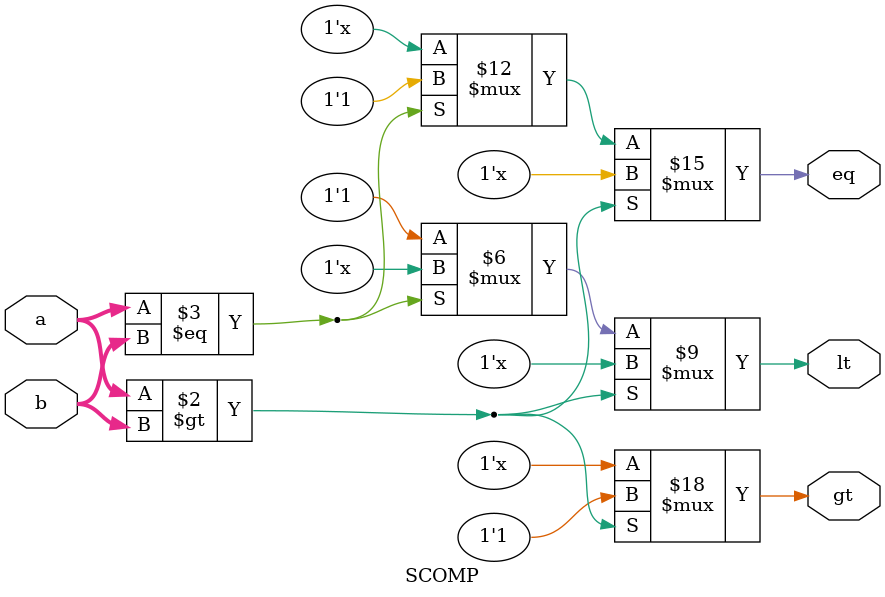
<source format=v>
`timescale 1ns / 1ps


module COMP(a, b, gt, lt, eq);
    parameter DATAWIDTH = 8;
    input [DATAWIDTH - 1 : 0] a, b;
    output reg gt, lt, eq;
    
    initial begin
        gt <= 0; lt <= 0; eq <= 0;
    end
    
    always @(a) begin
        if (a > b) begin
            gt <= 1;
        end
        else if (a == b) begin
            eq <= 1;
        end
        else begin
            lt <= 1;
        end
    end   

endmodule


module SCOMP(a, b, gt, lt, eq);
    parameter DATAWIDTH = 8;
    input signed [DATAWIDTH - 1 : 0] a, b;
    output reg gt, lt, eq;
    
    initial begin
        gt <= 0; lt <= 0; eq <= 0;
    end
    
    always @(a) begin
        if (a > b) begin
            gt <= 1;
        end
        else if (a == b) begin
            eq <= 1;
        end
        else begin
            lt <= 1;
        end
    end   

endmodule

</source>
